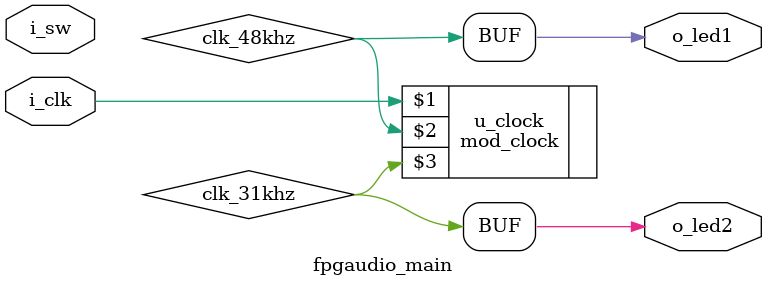
<source format=sv>
module fpgaudio_main
  ( input var i_sw
  , input var i_clk
  , output var o_led1
  , output var o_led2
  );

  logic clk_48khz;
  logic clk_31khz;
  mod_clock u_clock(i_clk, clk_48khz, clk_31khz);

  assign o_led1 = clk_48khz;
  assign o_led2 = clk_31khz;
endmodule

</source>
